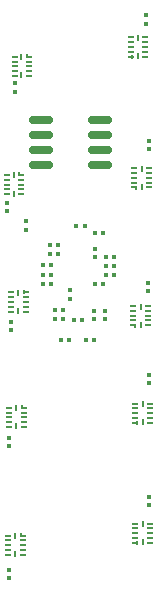
<source format=gbr>
%TF.GenerationSoftware,KiCad,Pcbnew,8.0.1*%
%TF.CreationDate,2024-10-17T14:11:07-05:00*%
%TF.ProjectId,sip-board,7369702d-626f-4617-9264-2e6b69636164,rev?*%
%TF.SameCoordinates,Original*%
%TF.FileFunction,Paste,Bot*%
%TF.FilePolarity,Positive*%
%FSLAX46Y46*%
G04 Gerber Fmt 4.6, Leading zero omitted, Abs format (unit mm)*
G04 Created by KiCad (PCBNEW 8.0.1) date 2024-10-17 14:11:07*
%MOMM*%
%LPD*%
G01*
G04 APERTURE LIST*
G04 Aperture macros list*
%AMRoundRect*
0 Rectangle with rounded corners*
0 $1 Rounding radius*
0 $2 $3 $4 $5 $6 $7 $8 $9 X,Y pos of 4 corners*
0 Add a 4 corners polygon primitive as box body*
4,1,4,$2,$3,$4,$5,$6,$7,$8,$9,$2,$3,0*
0 Add four circle primitives for the rounded corners*
1,1,$1+$1,$2,$3*
1,1,$1+$1,$4,$5*
1,1,$1+$1,$6,$7*
1,1,$1+$1,$8,$9*
0 Add four rect primitives between the rounded corners*
20,1,$1+$1,$2,$3,$4,$5,0*
20,1,$1+$1,$4,$5,$6,$7,0*
20,1,$1+$1,$6,$7,$8,$9,0*
20,1,$1+$1,$8,$9,$2,$3,0*%
G04 Aperture macros list end*
%ADD10RoundRect,0.079500X-0.100500X0.079500X-0.100500X-0.079500X0.100500X-0.079500X0.100500X0.079500X0*%
%ADD11RoundRect,0.079500X0.100500X-0.079500X0.100500X0.079500X-0.100500X0.079500X-0.100500X-0.079500X0*%
%ADD12RoundRect,0.079500X-0.079500X-0.100500X0.079500X-0.100500X0.079500X0.100500X-0.079500X0.100500X0*%
%ADD13RoundRect,0.079500X0.079500X0.100500X-0.079500X0.100500X-0.079500X-0.100500X0.079500X-0.100500X0*%
%ADD14R,0.500000X0.200000*%
%ADD15R,0.199200X0.303200*%
%ADD16R,0.252400X0.500000*%
%ADD17RoundRect,0.150000X0.825000X0.150000X-0.825000X0.150000X-0.825000X-0.150000X0.825000X-0.150000X0*%
G04 APERTURE END LIST*
D10*
%TO.C,R13*%
X151390000Y-120390000D03*
X151390000Y-121080000D03*
%TD*%
D11*
%TO.C,R4*%
X139990000Y-86060000D03*
X139990000Y-85370000D03*
%TD*%
D12*
%TO.C,C21*%
X147685000Y-100820000D03*
X148375000Y-100820000D03*
%TD*%
D11*
%TO.C,R7*%
X139530000Y-116075000D03*
X139530000Y-115385000D03*
%TD*%
D13*
%TO.C,C32*%
X143075000Y-101560000D03*
X142385000Y-101560000D03*
%TD*%
D10*
%TO.C,C9*%
X144640000Y-102895000D03*
X144640000Y-103585000D03*
%TD*%
D13*
%TO.C,C8*%
X144090000Y-104570000D03*
X143400000Y-104570000D03*
%TD*%
D14*
%TO.C,U11*%
X150117000Y-94185400D03*
D15*
X150267400Y-94237000D03*
D14*
X150117000Y-93779000D03*
X150117000Y-93372600D03*
X150117000Y-92966200D03*
X150117000Y-92559800D03*
D16*
X150750800Y-92610600D03*
D14*
X151334200Y-92559800D03*
X151334200Y-92966200D03*
X151334200Y-93372600D03*
X151334200Y-93779000D03*
X151334200Y-94185400D03*
D16*
X150750000Y-94160000D03*
%TD*%
D12*
%TO.C,C13*%
X146025000Y-107070000D03*
X146715000Y-107070000D03*
%TD*%
D14*
%TO.C,U12*%
X150033550Y-105838200D03*
D15*
X150183950Y-105889800D03*
D14*
X150033550Y-105431800D03*
X150033550Y-105025400D03*
X150033550Y-104619000D03*
X150033550Y-104212600D03*
D16*
X150667350Y-104263400D03*
D14*
X151250750Y-104212600D03*
X151250750Y-104619000D03*
X151250750Y-105025400D03*
X151250750Y-105431800D03*
X151250750Y-105838200D03*
D16*
X150666550Y-105812800D03*
%TD*%
D13*
%TO.C,C7*%
X144075000Y-105350000D03*
X143385000Y-105350000D03*
%TD*%
D14*
%TO.C,U6*%
X140516450Y-93121800D03*
D15*
X140366050Y-93070200D03*
D14*
X140516450Y-93528200D03*
X140516450Y-93934600D03*
X140516450Y-94341000D03*
X140516450Y-94747400D03*
D16*
X139882650Y-94696600D03*
D14*
X139299250Y-94747400D03*
X139299250Y-94341000D03*
X139299250Y-93934600D03*
X139299250Y-93528200D03*
X139299250Y-93121800D03*
D16*
X139883450Y-93147200D03*
%TD*%
D11*
%TO.C,C25*%
X146770000Y-100045000D03*
X146770000Y-99355000D03*
%TD*%
D12*
%TO.C,C20*%
X147685000Y-101590000D03*
X148375000Y-101590000D03*
%TD*%
D10*
%TO.C,C14*%
X140930000Y-97055000D03*
X140930000Y-97745000D03*
%TD*%
D14*
%TO.C,U7*%
X140910000Y-103074400D03*
D15*
X140759600Y-103022800D03*
D14*
X140910000Y-103480800D03*
X140910000Y-103887200D03*
X140910000Y-104293600D03*
X140910000Y-104700000D03*
D16*
X140276200Y-104649200D03*
D14*
X139692800Y-104700000D03*
X139692800Y-104293600D03*
X139692800Y-103887200D03*
X139692800Y-103480800D03*
X139692800Y-103074400D03*
D16*
X140277000Y-103099800D03*
%TD*%
D10*
%TO.C,C34*%
X146680000Y-104655000D03*
X146680000Y-105345000D03*
%TD*%
D17*
%TO.C,U4*%
X147165000Y-88490000D03*
X147165000Y-89760000D03*
X147165000Y-91030000D03*
X147165000Y-92300000D03*
X142215000Y-92300000D03*
X142215000Y-91030000D03*
X142215000Y-89760000D03*
X142215000Y-88490000D03*
%TD*%
D11*
%TO.C,R6*%
X139700000Y-106275000D03*
X139700000Y-105585000D03*
%TD*%
D14*
%TO.C,U13*%
X150183550Y-114108200D03*
D15*
X150333950Y-114159800D03*
D14*
X150183550Y-113701800D03*
X150183550Y-113295400D03*
X150183550Y-112889000D03*
X150183550Y-112482600D03*
D16*
X150817350Y-112533400D03*
D14*
X151400750Y-112482600D03*
X151400750Y-112889000D03*
X151400750Y-113295400D03*
X151400750Y-113701800D03*
X151400750Y-114108200D03*
D16*
X150816550Y-114082800D03*
%TD*%
D14*
%TO.C,U9*%
X140666450Y-123661800D03*
D15*
X140516050Y-123610200D03*
D14*
X140666450Y-124068200D03*
X140666450Y-124474600D03*
X140666450Y-124881000D03*
X140666450Y-125287400D03*
D16*
X140032650Y-125236600D03*
D14*
X139449250Y-125287400D03*
X139449250Y-124881000D03*
X139449250Y-124474600D03*
X139449250Y-124068200D03*
X139449250Y-123661800D03*
D16*
X140033450Y-123687200D03*
%TD*%
D14*
%TO.C,U10*%
X149793550Y-83098200D03*
D15*
X149943950Y-83149800D03*
D14*
X149793550Y-82691800D03*
X149793550Y-82285400D03*
X149793550Y-81879000D03*
X149793550Y-81472600D03*
D16*
X150427350Y-81523400D03*
D14*
X151010750Y-81472600D03*
X151010750Y-81879000D03*
X151010750Y-82285400D03*
X151010750Y-82691800D03*
X151010750Y-83098200D03*
D16*
X150426550Y-83072800D03*
%TD*%
D14*
%TO.C,U5*%
X141180800Y-83125600D03*
D15*
X141030400Y-83074000D03*
D14*
X141180800Y-83532000D03*
X141180800Y-83938400D03*
X141180800Y-84344800D03*
X141180800Y-84751200D03*
D16*
X140547000Y-84700400D03*
D14*
X139963600Y-84751200D03*
X139963600Y-84344800D03*
X139963600Y-83938400D03*
X139963600Y-83532000D03*
X139963600Y-83125600D03*
D16*
X140547800Y-83151000D03*
%TD*%
D10*
%TO.C,R9*%
X151070000Y-79620000D03*
X151070000Y-80310000D03*
%TD*%
%TO.C,R10*%
X151350000Y-90240000D03*
X151350000Y-90930000D03*
%TD*%
D13*
%TO.C,C10*%
X144575000Y-107070000D03*
X143885000Y-107070000D03*
%TD*%
%TO.C,C28*%
X143645000Y-99840000D03*
X142955000Y-99840000D03*
%TD*%
D14*
%TO.C,U8*%
X140746450Y-112841800D03*
D15*
X140596050Y-112790200D03*
D14*
X140746450Y-113248200D03*
X140746450Y-113654600D03*
X140746450Y-114061000D03*
X140746450Y-114467400D03*
D16*
X140112650Y-114416600D03*
D14*
X139529250Y-114467400D03*
X139529250Y-114061000D03*
X139529250Y-113654600D03*
X139529250Y-113248200D03*
X139529250Y-112841800D03*
D16*
X140113450Y-112867200D03*
%TD*%
D13*
%TO.C,C30*%
X143645000Y-99040000D03*
X142955000Y-99040000D03*
%TD*%
D11*
%TO.C,R8*%
X139480000Y-127245000D03*
X139480000Y-126555000D03*
%TD*%
D14*
%TO.C,U14*%
X150183550Y-124268200D03*
D15*
X150333950Y-124319800D03*
D14*
X150183550Y-123861800D03*
X150183550Y-123455400D03*
X150183550Y-123049000D03*
X150183550Y-122642600D03*
D16*
X150817350Y-122693400D03*
D14*
X151400750Y-122642600D03*
X151400750Y-123049000D03*
X151400750Y-123455400D03*
X151400750Y-123861800D03*
X151400750Y-124268200D03*
D16*
X150816550Y-124242800D03*
%TD*%
D13*
%TO.C,C31*%
X143070000Y-102350000D03*
X142380000Y-102350000D03*
%TD*%
D11*
%TO.C,R5*%
X139300000Y-96150000D03*
X139300000Y-95460000D03*
%TD*%
D12*
%TO.C,C24*%
X145200000Y-97460000D03*
X145890000Y-97460000D03*
%TD*%
D10*
%TO.C,R11*%
X151280000Y-102240000D03*
X151280000Y-102930000D03*
%TD*%
D12*
%TO.C,C12*%
X146775000Y-102350000D03*
X147465000Y-102350000D03*
%TD*%
%TO.C,C22*%
X147695000Y-100030000D03*
X148385000Y-100030000D03*
%TD*%
D10*
%TO.C,C15*%
X147600000Y-104655000D03*
X147600000Y-105345000D03*
%TD*%
D13*
%TO.C,C33*%
X143075000Y-100780000D03*
X142385000Y-100780000D03*
%TD*%
%TO.C,C35*%
X147445000Y-98050000D03*
X146755000Y-98050000D03*
%TD*%
D12*
%TO.C,C23*%
X145015000Y-105370000D03*
X145705000Y-105370000D03*
%TD*%
D10*
%TO.C,R12*%
X151390000Y-110025000D03*
X151390000Y-110715000D03*
%TD*%
M02*

</source>
